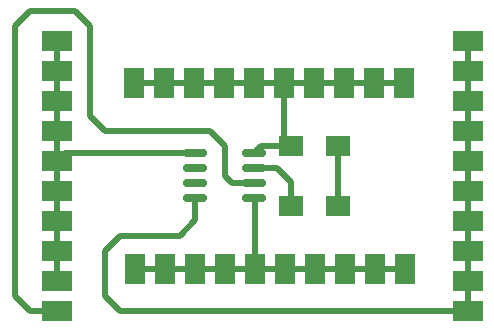
<source format=gbr>
%TF.GenerationSoftware,KiCad,Pcbnew,(6.0.2)*%
%TF.CreationDate,2022-11-08T15:40:52-05:00*%
%TF.ProjectId,Main Board,4d61696e-2042-46f6-9172-642e6b696361,rev?*%
%TF.SameCoordinates,Original*%
%TF.FileFunction,Copper,L1,Top*%
%TF.FilePolarity,Positive*%
%FSLAX46Y46*%
G04 Gerber Fmt 4.6, Leading zero omitted, Abs format (unit mm)*
G04 Created by KiCad (PCBNEW (6.0.2)) date 2022-11-08 15:40:52*
%MOMM*%
%LPD*%
G01*
G04 APERTURE LIST*
G04 Aperture macros list*
%AMRoundRect*
0 Rectangle with rounded corners*
0 $1 Rounding radius*
0 $2 $3 $4 $5 $6 $7 $8 $9 X,Y pos of 4 corners*
0 Add a 4 corners polygon primitive as box body*
4,1,4,$2,$3,$4,$5,$6,$7,$8,$9,$2,$3,0*
0 Add four circle primitives for the rounded corners*
1,1,$1+$1,$2,$3*
1,1,$1+$1,$4,$5*
1,1,$1+$1,$6,$7*
1,1,$1+$1,$8,$9*
0 Add four rect primitives between the rounded corners*
20,1,$1+$1,$2,$3,$4,$5,0*
20,1,$1+$1,$4,$5,$6,$7,0*
20,1,$1+$1,$6,$7,$8,$9,0*
20,1,$1+$1,$8,$9,$2,$3,0*%
G04 Aperture macros list end*
%TA.AperFunction,SMDPad,CuDef*%
%ADD10R,1.700000X2.500000*%
%TD*%
%TA.AperFunction,SMDPad,CuDef*%
%ADD11R,2.000000X1.700000*%
%TD*%
%TA.AperFunction,SMDPad,CuDef*%
%ADD12R,2.500000X1.700000*%
%TD*%
%TA.AperFunction,SMDPad,CuDef*%
%ADD13RoundRect,0.150000X-0.825000X-0.150000X0.825000X-0.150000X0.825000X0.150000X-0.825000X0.150000X0*%
%TD*%
%TA.AperFunction,Conductor*%
%ADD14C,0.500000*%
%TD*%
G04 APERTURE END LIST*
D10*
%TO.P,J2,1,Pin_1*%
%TO.N,Net-(J2-Pad1)*%
X168890000Y-83580000D03*
%TO.P,J2,2,Pin_2*%
X171430000Y-83580000D03*
%TO.P,J2,3,Pin_3*%
X173970000Y-83580000D03*
%TO.P,J2,4,Pin_4*%
X176510000Y-83580000D03*
%TO.P,J2,5,Pin_5*%
X179050000Y-83580000D03*
%TO.P,J2,6,Pin_6*%
X181590000Y-83580000D03*
%TO.P,J2,7,Pin_7*%
X184130000Y-83580000D03*
%TO.P,J2,8,Pin_8*%
X186670000Y-83580000D03*
%TO.P,J2,9,Pin_9*%
X189210000Y-83580000D03*
%TO.P,J2,10,Pin_10*%
X191750000Y-83580000D03*
%TD*%
%TO.P,J3,1,Pin_1*%
%TO.N,Net-(J3-Pad1)*%
X191790000Y-99300000D03*
%TO.P,J3,2,Pin_2*%
X189250000Y-99300000D03*
%TO.P,J3,3,Pin_3*%
X186710000Y-99300000D03*
%TO.P,J3,4,Pin_4*%
X184170000Y-99300000D03*
%TO.P,J3,5,Pin_5*%
X181630000Y-99300000D03*
%TO.P,J3,6,Pin_6*%
X179090000Y-99300000D03*
%TO.P,J3,7,Pin_7*%
X176550000Y-99300000D03*
%TO.P,J3,8,Pin_8*%
X174010000Y-99300000D03*
%TO.P,J3,9,Pin_9*%
X171470000Y-99300000D03*
%TO.P,J3,10,Pin_10*%
X168930000Y-99300000D03*
%TD*%
D11*
%TO.P,R3,1*%
%TO.N,Net-(D1-Pad1)*%
X186150000Y-88900000D03*
%TO.P,R3,2*%
%TO.N,Net-(J2-Pad1)*%
X182150000Y-88900000D03*
%TD*%
%TO.P,D1,1,K*%
%TO.N,Net-(D1-Pad1)*%
X186150000Y-93980000D03*
%TO.P,D1,2,A*%
%TO.N,Net-(D1-Pad2)*%
X182150000Y-93980000D03*
%TD*%
D12*
%TO.P,J4,1,Pin_1*%
%TO.N,Net-(J4-Pad1)*%
X197090000Y-79990000D03*
%TO.P,J4,2,Pin_2*%
X197090000Y-82530000D03*
%TO.P,J4,3,Pin_3*%
X197090000Y-85070000D03*
%TO.P,J4,4,Pin_4*%
X197090000Y-87610000D03*
%TO.P,J4,5,Pin_5*%
X197090000Y-90150000D03*
%TO.P,J4,6,Pin_6*%
X197090000Y-92690000D03*
%TO.P,J4,7,Pin_7*%
X197090000Y-95230000D03*
%TO.P,J4,8,Pin_8*%
X197090000Y-97770000D03*
%TO.P,J4,9,Pin_9*%
X197090000Y-100310000D03*
%TO.P,J4,10,Pin_10*%
X197090000Y-102850000D03*
%TD*%
D13*
%TO.P,U1,1,VCC*%
%TO.N,Net-(J1-Pad10)*%
X174055000Y-89535000D03*
%TO.P,U1,2,PA6*%
%TO.N,unconnected-(U1-Pad2)*%
X174055000Y-90805000D03*
%TO.P,U1,3,PA7*%
%TO.N,unconnected-(U1-Pad3)*%
X174055000Y-92075000D03*
%TO.P,U1,4,SDA*%
%TO.N,Net-(J4-Pad1)*%
X174055000Y-93345000D03*
%TO.P,U1,5,SCL*%
%TO.N,Net-(J3-Pad1)*%
X179005000Y-93345000D03*
%TO.P,U1,6,UPDI*%
%TO.N,Net-(J1-Pad1)*%
X179005000Y-92075000D03*
%TO.P,U1,7,Debug_LED*%
%TO.N,Net-(D1-Pad2)*%
X179005000Y-90805000D03*
%TO.P,U1,8,GND*%
%TO.N,Net-(J2-Pad1)*%
X179005000Y-89535000D03*
%TD*%
D12*
%TO.P,J1,1,Pin_1*%
%TO.N,Net-(J1-Pad1)*%
X162320000Y-102890000D03*
%TO.P,J1,2,Pin_2*%
%TO.N,Net-(J1-Pad10)*%
X162320000Y-100350000D03*
%TO.P,J1,3,Pin_3*%
X162320000Y-97810000D03*
%TO.P,J1,4,Pin_4*%
X162320000Y-95270000D03*
%TO.P,J1,5,Pin_5*%
X162320000Y-92730000D03*
%TO.P,J1,6,Pin_6*%
X162320000Y-90190000D03*
%TO.P,J1,7,Pin_7*%
X162320000Y-87650000D03*
%TO.P,J1,8,Pin_8*%
X162320000Y-85110000D03*
%TO.P,J1,9,Pin_9*%
X162320000Y-82570000D03*
%TO.P,J1,10,Pin_10*%
X162320000Y-80030000D03*
%TD*%
D14*
%TO.N,Net-(J1-Pad1)*%
X176530000Y-88900000D02*
X176530000Y-91440000D01*
X160020000Y-77470000D02*
X163830000Y-77470000D01*
X166370000Y-87630000D02*
X175260000Y-87630000D01*
X158750000Y-101600000D02*
X158750000Y-78740000D01*
X165100000Y-78740000D02*
X165100000Y-86360000D01*
X160040000Y-102890000D02*
X158750000Y-101600000D01*
X176530000Y-91440000D02*
X177165000Y-92075000D01*
X163830000Y-77470000D02*
X165100000Y-78740000D01*
X165100000Y-86360000D02*
X166370000Y-87630000D01*
X175260000Y-87630000D02*
X176530000Y-88900000D01*
X177165000Y-92075000D02*
X179005000Y-92075000D01*
X158750000Y-78740000D02*
X160020000Y-77470000D01*
X162320000Y-102890000D02*
X160040000Y-102890000D01*
%TO.N,Net-(D1-Pad1)*%
X186150000Y-88900000D02*
X186150000Y-93980000D01*
%TO.N,Net-(D1-Pad2)*%
X182150000Y-91980000D02*
X180975000Y-90805000D01*
X180975000Y-90805000D02*
X179005000Y-90805000D01*
X182150000Y-93980000D02*
X182150000Y-91980000D01*
%TO.N,Net-(J1-Pad10)*%
X162975000Y-89535000D02*
X174055000Y-89535000D01*
X162320000Y-80030000D02*
X162320000Y-100350000D01*
X162320000Y-90190000D02*
X162975000Y-89535000D01*
%TO.N,Net-(J2-Pad1)*%
X168890000Y-83580000D02*
X191750000Y-83580000D01*
X181590000Y-83580000D02*
X181590000Y-88340000D01*
X182150000Y-88900000D02*
X179640000Y-88900000D01*
X179640000Y-88900000D02*
X179005000Y-89535000D01*
X181590000Y-88340000D02*
X182150000Y-88900000D01*
%TO.N,Net-(J3-Pad1)*%
X191790000Y-99300000D02*
X168930000Y-99300000D01*
X179090000Y-93430000D02*
X179005000Y-93345000D01*
X179090000Y-99300000D02*
X179090000Y-93430000D01*
%TO.N,Net-(J4-Pad1)*%
X172720000Y-96520000D02*
X174055000Y-95185000D01*
X166370000Y-97790000D02*
X167640000Y-96520000D01*
X167640000Y-102870000D02*
X166370000Y-101600000D01*
X174055000Y-95185000D02*
X174055000Y-93345000D01*
X167660000Y-102850000D02*
X167640000Y-102870000D01*
X166370000Y-101600000D02*
X166370000Y-97790000D01*
X197090000Y-102850000D02*
X167660000Y-102850000D01*
X167640000Y-96520000D02*
X172720000Y-96520000D01*
X197090000Y-79990000D02*
X197090000Y-102850000D01*
%TD*%
M02*

</source>
